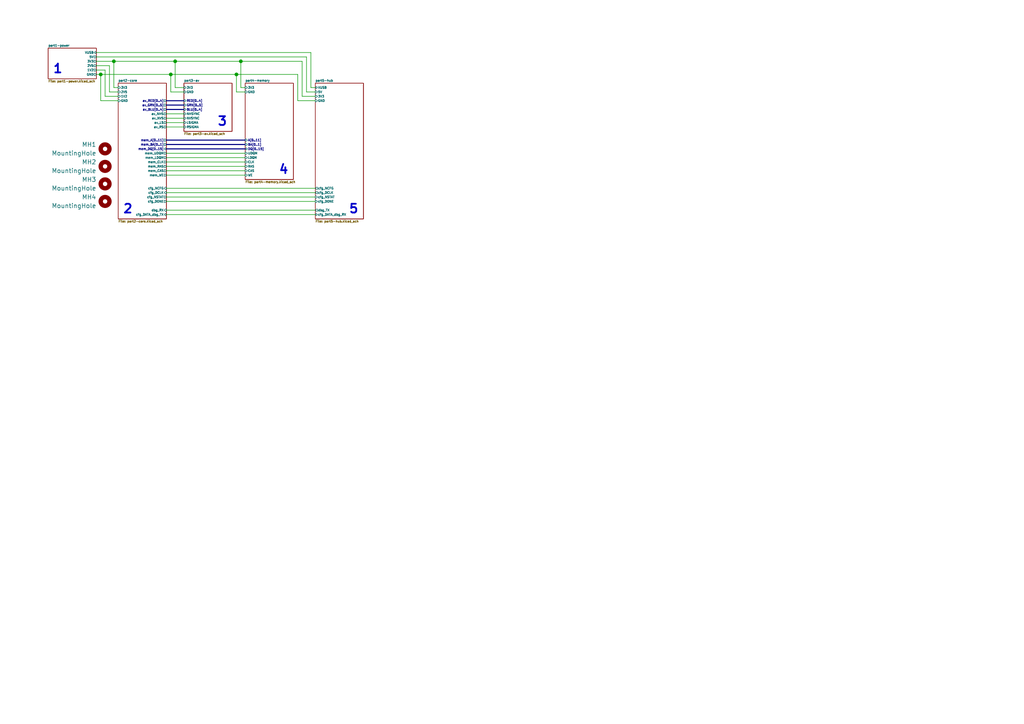
<source format=kicad_sch>
(kicad_sch
	(version 20250114)
	(generator "eeschema")
	(generator_version "9.0")
	(uuid "5c3f5860-9ac5-47b9-adbc-b14f34190e79")
	(paper "A4")
	(title_block
		(title "HeikouBox Mainboard")
		(date "2022-11-11")
		(rev "v0.1")
		(company "ksk")
	)
	(lib_symbols
		(symbol "Mechanical:MountingHole"
			(pin_names
				(offset 1.016)
			)
			(exclude_from_sim no)
			(in_bom yes)
			(on_board yes)
			(property "Reference" "H"
				(at 0 5.08 0)
				(effects
					(font
						(size 1.27 1.27)
					)
				)
			)
			(property "Value" "MountingHole"
				(at 0 3.175 0)
				(effects
					(font
						(size 1.27 1.27)
					)
				)
			)
			(property "Footprint" ""
				(at 0 0 0)
				(effects
					(font
						(size 1.27 1.27)
					)
					(hide yes)
				)
			)
			(property "Datasheet" "~"
				(at 0 0 0)
				(effects
					(font
						(size 1.27 1.27)
					)
					(hide yes)
				)
			)
			(property "Description" "Mounting Hole without connection"
				(at 0 0 0)
				(effects
					(font
						(size 1.27 1.27)
					)
					(hide yes)
				)
			)
			(property "ki_keywords" "mounting hole"
				(at 0 0 0)
				(effects
					(font
						(size 1.27 1.27)
					)
					(hide yes)
				)
			)
			(property "ki_fp_filters" "MountingHole*"
				(at 0 0 0)
				(effects
					(font
						(size 1.27 1.27)
					)
					(hide yes)
				)
			)
			(symbol "MountingHole_0_1"
				(circle
					(center 0 0)
					(radius 1.27)
					(stroke
						(width 1.27)
						(type default)
					)
					(fill
						(type none)
					)
				)
			)
			(embedded_fonts no)
		)
	)
	(text "5"
		(exclude_from_sim no)
		(at 104.14 62.23 0)
		(effects
			(font
				(size 2.54 2.54)
				(thickness 0.508)
				(bold yes)
			)
			(justify right bottom)
		)
		(uuid "04062ed7-8256-4237-8982-4ebef480293e")
	)
	(text "4"
		(exclude_from_sim no)
		(at 83.82 50.8 0)
		(effects
			(font
				(size 2.54 2.54)
				(thickness 0.508)
				(bold yes)
			)
			(justify right bottom)
		)
		(uuid "0c27882e-2f27-4ca0-9f69-9e1aafb0e5f3")
	)
	(text "3"
		(exclude_from_sim no)
		(at 66.04 36.83 0)
		(effects
			(font
				(size 2.54 2.54)
				(thickness 0.508)
				(bold yes)
			)
			(justify right bottom)
		)
		(uuid "1a4886fe-c7dd-4cff-b0aa-0c1747808a7d")
	)
	(text "1"
		(exclude_from_sim no)
		(at 15.24 21.59 0)
		(effects
			(font
				(size 2.54 2.54)
				(thickness 0.508)
				(bold yes)
			)
			(justify left bottom)
		)
		(uuid "bf07de9d-3028-4502-b0f6-b1b8b5626792")
	)
	(text "2"
		(exclude_from_sim no)
		(at 35.56 62.23 0)
		(effects
			(font
				(size 2.54 2.54)
				(thickness 0.508)
				(bold yes)
			)
			(justify left bottom)
		)
		(uuid "d703223a-ba34-453d-bf7c-ead39d9fb677")
	)
	(junction
		(at 69.85 17.78)
		(diameter 0)
		(color 0 0 0 0)
		(uuid "091d91b2-97c7-4a96-928f-9f945d2c8718")
	)
	(junction
		(at 68.58 21.59)
		(diameter 0)
		(color 0 0 0 0)
		(uuid "5c51a065-f376-41e5-9d07-ec3de89277c1")
	)
	(junction
		(at 33.02 17.78)
		(diameter 0)
		(color 0 0 0 0)
		(uuid "87752634-aa0e-4797-9a57-a15534e53487")
	)
	(junction
		(at 29.21 21.59)
		(diameter 0)
		(color 0 0 0 0)
		(uuid "9ffaf6f8-261f-4ddf-be11-08966313ed74")
	)
	(junction
		(at 49.53 21.59)
		(diameter 0)
		(color 0 0 0 0)
		(uuid "f073c145-21ba-41b0-b4de-ed22351afdfb")
	)
	(junction
		(at 50.8 17.78)
		(diameter 0)
		(color 0 0 0 0)
		(uuid "f85d6645-931f-4310-b0fb-2ce06fa8a4ae")
	)
	(bus
		(pts
			(xy 48.26 30.48) (xy 53.34 30.48)
		)
		(stroke
			(width 0)
			(type default)
		)
		(uuid "10d8df31-4e55-44ce-920c-0dd2ad60be7f")
	)
	(wire
		(pts
			(xy 53.34 25.4) (xy 50.8 25.4)
		)
		(stroke
			(width 0)
			(type default)
		)
		(uuid "10ee0f98-2fb1-4fad-99c4-761702b04fbf")
	)
	(bus
		(pts
			(xy 48.26 29.21) (xy 53.34 29.21)
		)
		(stroke
			(width 0)
			(type default)
		)
		(uuid "16650b4a-2b3b-489b-bf5b-7881637c9704")
	)
	(wire
		(pts
			(xy 48.26 34.29) (xy 53.34 34.29)
		)
		(stroke
			(width 0)
			(type default)
		)
		(uuid "186cd808-3fea-4891-a5bd-f3381633e22e")
	)
	(wire
		(pts
			(xy 48.26 33.02) (xy 53.34 33.02)
		)
		(stroke
			(width 0)
			(type default)
		)
		(uuid "1a844b04-8bac-4219-9596-307dcca188a9")
	)
	(wire
		(pts
			(xy 87.63 17.78) (xy 87.63 27.94)
		)
		(stroke
			(width 0)
			(type default)
		)
		(uuid "1d60a68e-83e4-42e3-84da-93e74aa3cacc")
	)
	(wire
		(pts
			(xy 48.26 58.42) (xy 91.44 58.42)
		)
		(stroke
			(width 0)
			(type default)
		)
		(uuid "26f8fe02-0c4e-42a7-a269-d65d910c0fba")
	)
	(bus
		(pts
			(xy 48.26 31.75) (xy 53.34 31.75)
		)
		(stroke
			(width 0)
			(type default)
		)
		(uuid "2af729b3-5dc4-43b2-b96d-bb2473eab98c")
	)
	(wire
		(pts
			(xy 91.44 26.67) (xy 88.9 26.67)
		)
		(stroke
			(width 0)
			(type default)
		)
		(uuid "2e173067-c281-495f-90b3-05420b4bc461")
	)
	(wire
		(pts
			(xy 91.44 29.21) (xy 86.36 29.21)
		)
		(stroke
			(width 0)
			(type default)
		)
		(uuid "30a58d85-da38-43f4-86d2-84fb2950f844")
	)
	(wire
		(pts
			(xy 48.26 50.8) (xy 71.12 50.8)
		)
		(stroke
			(width 0)
			(type default)
		)
		(uuid "39852432-787a-4240-93cc-dab424e34a44")
	)
	(wire
		(pts
			(xy 68.58 21.59) (xy 86.36 21.59)
		)
		(stroke
			(width 0)
			(type default)
		)
		(uuid "3a26a5ec-6da4-49e8-97f0-30930258a62d")
	)
	(wire
		(pts
			(xy 34.29 25.4) (xy 33.02 25.4)
		)
		(stroke
			(width 0)
			(type default)
		)
		(uuid "46671ab9-500c-4cf4-92cd-d3d41ef4fc3e")
	)
	(wire
		(pts
			(xy 49.53 26.67) (xy 49.53 21.59)
		)
		(stroke
			(width 0)
			(type default)
		)
		(uuid "4c823a17-8aea-4714-8a3f-c5c1ea604d1a")
	)
	(wire
		(pts
			(xy 29.21 21.59) (xy 49.53 21.59)
		)
		(stroke
			(width 0)
			(type default)
		)
		(uuid "536c2746-fcd8-48ea-8dd2-c69fad469551")
	)
	(wire
		(pts
			(xy 27.94 16.51) (xy 88.9 16.51)
		)
		(stroke
			(width 0)
			(type default)
		)
		(uuid "5be3343d-51c3-4da5-a8de-22eb5511a251")
	)
	(wire
		(pts
			(xy 48.26 36.83) (xy 53.34 36.83)
		)
		(stroke
			(width 0)
			(type default)
		)
		(uuid "5f68bb63-3d4e-43c2-aa89-6970d555ad34")
	)
	(bus
		(pts
			(xy 48.26 43.18) (xy 71.12 43.18)
		)
		(stroke
			(width 0)
			(type default)
		)
		(uuid "6a304853-f257-45f5-bb38-32623ddadfea")
	)
	(wire
		(pts
			(xy 48.26 35.56) (xy 53.34 35.56)
		)
		(stroke
			(width 0)
			(type default)
		)
		(uuid "6dd4611f-94fe-4cb3-a40f-79ebba6e3418")
	)
	(wire
		(pts
			(xy 69.85 17.78) (xy 87.63 17.78)
		)
		(stroke
			(width 0)
			(type default)
		)
		(uuid "6e0c6124-dd4c-4743-ac70-911749242930")
	)
	(wire
		(pts
			(xy 48.26 57.15) (xy 91.44 57.15)
		)
		(stroke
			(width 0)
			(type default)
		)
		(uuid "6fff7fc4-d36e-49d2-95ac-9730f699bc6c")
	)
	(wire
		(pts
			(xy 30.48 27.94) (xy 34.29 27.94)
		)
		(stroke
			(width 0)
			(type default)
		)
		(uuid "78ee293e-c81b-4b4a-a036-0af720c8a688")
	)
	(wire
		(pts
			(xy 31.75 19.05) (xy 31.75 26.67)
		)
		(stroke
			(width 0)
			(type default)
		)
		(uuid "7fd2bde8-487a-4471-a154-a6b366432dbb")
	)
	(wire
		(pts
			(xy 27.94 20.32) (xy 30.48 20.32)
		)
		(stroke
			(width 0)
			(type default)
		)
		(uuid "86e701f0-5c12-4c7c-8b8b-dfbb88c92488")
	)
	(wire
		(pts
			(xy 91.44 25.4) (xy 90.17 25.4)
		)
		(stroke
			(width 0)
			(type default)
		)
		(uuid "8835ab85-315a-43bc-8cea-3dcf72145f2f")
	)
	(wire
		(pts
			(xy 34.29 26.67) (xy 31.75 26.67)
		)
		(stroke
			(width 0)
			(type default)
		)
		(uuid "8dabc917-c61b-4348-84cc-85832d1e0b17")
	)
	(wire
		(pts
			(xy 48.26 46.99) (xy 71.12 46.99)
		)
		(stroke
			(width 0)
			(type default)
		)
		(uuid "932cb229-aa36-4fec-bd9b-52000229735c")
	)
	(wire
		(pts
			(xy 27.94 19.05) (xy 31.75 19.05)
		)
		(stroke
			(width 0)
			(type default)
		)
		(uuid "954c5e5b-af89-452f-93e8-c88d578752e5")
	)
	(wire
		(pts
			(xy 27.94 17.78) (xy 33.02 17.78)
		)
		(stroke
			(width 0)
			(type default)
		)
		(uuid "963814b5-e8b5-40d3-b15a-8ad24341683d")
	)
	(wire
		(pts
			(xy 90.17 15.24) (xy 90.17 25.4)
		)
		(stroke
			(width 0)
			(type default)
		)
		(uuid "97c9fcf1-e4b1-48c2-87ce-d1863d40238a")
	)
	(wire
		(pts
			(xy 88.9 26.67) (xy 88.9 16.51)
		)
		(stroke
			(width 0)
			(type default)
		)
		(uuid "9b5e18b1-a176-40b5-b9dc-e4e7f87f390f")
	)
	(wire
		(pts
			(xy 71.12 25.4) (xy 69.85 25.4)
		)
		(stroke
			(width 0)
			(type default)
		)
		(uuid "a1b0d494-95a8-4874-9ddb-a360a06dcd73")
	)
	(wire
		(pts
			(xy 91.44 55.88) (xy 48.26 55.88)
		)
		(stroke
			(width 0)
			(type default)
		)
		(uuid "a20e5fa7-ca7a-41a0-bce3-7d3068772f69")
	)
	(wire
		(pts
			(xy 29.21 29.21) (xy 34.29 29.21)
		)
		(stroke
			(width 0)
			(type default)
		)
		(uuid "ab35047f-2c0c-4d91-b740-0aff633a9f53")
	)
	(wire
		(pts
			(xy 50.8 17.78) (xy 69.85 17.78)
		)
		(stroke
			(width 0)
			(type default)
		)
		(uuid "b162cd8c-5331-4e27-9c92-3c0cb2a8260b")
	)
	(wire
		(pts
			(xy 48.26 60.96) (xy 91.44 60.96)
		)
		(stroke
			(width 0)
			(type default)
		)
		(uuid "b26b7c1a-5add-4e56-b993-5ab59f4d00f5")
	)
	(wire
		(pts
			(xy 27.94 15.24) (xy 90.17 15.24)
		)
		(stroke
			(width 0)
			(type default)
		)
		(uuid "b72fb57a-c744-463e-b08c-73852dd09a4d")
	)
	(wire
		(pts
			(xy 49.53 21.59) (xy 68.58 21.59)
		)
		(stroke
			(width 0)
			(type default)
		)
		(uuid "bac7e8f0-7689-4bd6-859a-91b6bd952cad")
	)
	(wire
		(pts
			(xy 86.36 21.59) (xy 86.36 29.21)
		)
		(stroke
			(width 0)
			(type default)
		)
		(uuid "bf2a3153-1a45-41a2-aa85-5aee4722a332")
	)
	(wire
		(pts
			(xy 48.26 45.72) (xy 71.12 45.72)
		)
		(stroke
			(width 0)
			(type default)
		)
		(uuid "c64603a8-9365-49d7-a62b-b719d928d624")
	)
	(wire
		(pts
			(xy 29.21 21.59) (xy 29.21 29.21)
		)
		(stroke
			(width 0)
			(type default)
		)
		(uuid "c6df2247-e00e-4b7b-8561-c00f921a3449")
	)
	(wire
		(pts
			(xy 48.26 44.45) (xy 71.12 44.45)
		)
		(stroke
			(width 0)
			(type default)
		)
		(uuid "c79e1e6d-6e13-418e-91c5-3734bdd9917f")
	)
	(wire
		(pts
			(xy 50.8 25.4) (xy 50.8 17.78)
		)
		(stroke
			(width 0)
			(type default)
		)
		(uuid "c8be2e3b-29c0-4477-94fb-5cf5481a294e")
	)
	(bus
		(pts
			(xy 48.26 41.91) (xy 71.12 41.91)
		)
		(stroke
			(width 0)
			(type default)
		)
		(uuid "cdb6424f-9389-4f4f-a260-1770822be799")
	)
	(wire
		(pts
			(xy 48.26 49.53) (xy 71.12 49.53)
		)
		(stroke
			(width 0)
			(type default)
		)
		(uuid "cf91810c-b7d4-40a4-af8f-eae10357c8ef")
	)
	(wire
		(pts
			(xy 48.26 48.26) (xy 71.12 48.26)
		)
		(stroke
			(width 0)
			(type default)
		)
		(uuid "d01aad06-c769-4375-9075-788b83a95999")
	)
	(wire
		(pts
			(xy 27.94 21.59) (xy 29.21 21.59)
		)
		(stroke
			(width 0)
			(type default)
		)
		(uuid "d43a1543-7f45-492c-914b-34f8a5a42f87")
	)
	(wire
		(pts
			(xy 49.53 26.67) (xy 53.34 26.67)
		)
		(stroke
			(width 0)
			(type default)
		)
		(uuid "d48c8dee-a881-43ad-b724-299fbaefcf21")
	)
	(wire
		(pts
			(xy 71.12 26.67) (xy 68.58 26.67)
		)
		(stroke
			(width 0)
			(type default)
		)
		(uuid "d62f5fbc-70fe-4da8-b133-1a56f49ae8a1")
	)
	(wire
		(pts
			(xy 69.85 17.78) (xy 69.85 25.4)
		)
		(stroke
			(width 0)
			(type default)
		)
		(uuid "ddb8c89e-2792-43d7-9227-39e55baa32d1")
	)
	(wire
		(pts
			(xy 33.02 17.78) (xy 33.02 25.4)
		)
		(stroke
			(width 0)
			(type default)
		)
		(uuid "e58ed560-e4dc-4530-9e81-31528cb10a55")
	)
	(wire
		(pts
			(xy 87.63 27.94) (xy 91.44 27.94)
		)
		(stroke
			(width 0)
			(type default)
		)
		(uuid "e7c8f929-4b0b-42a7-8197-092a87aed53e")
	)
	(wire
		(pts
			(xy 91.44 62.23) (xy 48.26 62.23)
		)
		(stroke
			(width 0)
			(type default)
		)
		(uuid "e9e551ba-2690-4bac-a73c-2f9cb1f1f821")
	)
	(bus
		(pts
			(xy 48.26 40.64) (xy 71.12 40.64)
		)
		(stroke
			(width 0)
			(type default)
		)
		(uuid "ea86cc8c-d1e9-4142-9e69-2320fcb00467")
	)
	(wire
		(pts
			(xy 30.48 20.32) (xy 30.48 27.94)
		)
		(stroke
			(width 0)
			(type default)
		)
		(uuid "ed791b30-5de7-4c69-833e-8e75704bb21b")
	)
	(wire
		(pts
			(xy 48.26 54.61) (xy 91.44 54.61)
		)
		(stroke
			(width 0)
			(type default)
		)
		(uuid "f032f277-7d33-4b19-8205-41858abc3a0d")
	)
	(wire
		(pts
			(xy 68.58 21.59) (xy 68.58 26.67)
		)
		(stroke
			(width 0)
			(type default)
		)
		(uuid "f3de467a-6195-40c0-863b-064d94219899")
	)
	(wire
		(pts
			(xy 33.02 17.78) (xy 50.8 17.78)
		)
		(stroke
			(width 0)
			(type default)
		)
		(uuid "f436ee98-0561-4337-a4bf-879fca5a4fc3")
	)
	(symbol
		(lib_id "Mechanical:MountingHole")
		(at 30.48 43.18 0)
		(unit 1)
		(exclude_from_sim no)
		(in_bom yes)
		(on_board yes)
		(dnp no)
		(uuid "00000000-0000-0000-0000-000070a7ad85")
		(property "Reference" "MH1"
			(at 27.94 41.91 0)
			(effects
				(font
					(size 1.27 1.27)
				)
				(justify right)
			)
		)
		(property "Value" "MountingHole"
			(at 27.94 44.45 0)
			(effects
				(font
					(size 1.27 1.27)
				)
				(justify right)
			)
		)
		(property "Footprint" "MountingHole:MountingHole_3.2mm_M3"
			(at 30.48 43.18 0)
			(effects
				(font
					(size 1.27 1.27)
				)
				(hide yes)
			)
		)
		(property "Datasheet" "~"
			(at 30.48 43.18 0)
			(effects
				(font
					(size 1.27 1.27)
				)
				(hide yes)
			)
		)
		(property "Description" ""
			(at 30.48 43.18 0)
			(effects
				(font
					(size 1.27 1.27)
				)
			)
		)
		(instances
			(project "HeikouBox"
				(path "/5c3f5860-9ac5-47b9-adbc-b14f34190e79"
					(reference "MH1")
					(unit 1)
				)
			)
		)
	)
	(symbol
		(lib_id "Mechanical:MountingHole")
		(at 30.48 48.26 0)
		(unit 1)
		(exclude_from_sim no)
		(in_bom yes)
		(on_board yes)
		(dnp no)
		(uuid "00000000-0000-0000-0000-000070cee7d2")
		(property "Reference" "MH2"
			(at 27.94 46.99 0)
			(effects
				(font
					(size 1.27 1.27)
				)
				(justify right)
			)
		)
		(property "Value" "MountingHole"
			(at 27.94 49.53 0)
			(effects
				(font
					(size 1.27 1.27)
				)
				(justify right)
			)
		)
		(property "Footprint" "MountingHole:MountingHole_3.2mm_M3"
			(at 30.48 48.26 0)
			(effects
				(font
					(size 1.27 1.27)
				)
				(hide yes)
			)
		)
		(property "Datasheet" "~"
			(at 30.48 48.26 0)
			(effects
				(font
					(size 1.27 1.27)
				)
				(hide yes)
			)
		)
		(property "Description" ""
			(at 30.48 48.26 0)
			(effects
				(font
					(size 1.27 1.27)
				)
			)
		)
		(instances
			(project "HeikouBox"
				(path "/5c3f5860-9ac5-47b9-adbc-b14f34190e79"
					(reference "MH2")
					(unit 1)
				)
			)
		)
	)
	(symbol
		(lib_id "Mechanical:MountingHole")
		(at 30.48 53.34 0)
		(unit 1)
		(exclude_from_sim no)
		(in_bom yes)
		(on_board yes)
		(dnp no)
		(uuid "00000000-0000-0000-0000-000070d8aaa4")
		(property "Reference" "MH3"
			(at 27.94 52.07 0)
			(effects
				(font
					(size 1.27 1.27)
				)
				(justify right)
			)
		)
		(property "Value" "MountingHole"
			(at 27.94 54.61 0)
			(effects
				(font
					(size 1.27 1.27)
				)
				(justify right)
			)
		)
		(property "Footprint" "MountingHole:MountingHole_3.2mm_M3"
			(at 30.48 53.34 0)
			(effects
				(font
					(size 1.27 1.27)
				)
				(hide yes)
			)
		)
		(property "Datasheet" "~"
			(at 30.48 53.34 0)
			(effects
				(font
					(size 1.27 1.27)
				)
				(hide yes)
			)
		)
		(property "Description" ""
			(at 30.48 53.34 0)
			(effects
				(font
					(size 1.27 1.27)
				)
			)
		)
		(instances
			(project "HeikouBox"
				(path "/5c3f5860-9ac5-47b9-adbc-b14f34190e79"
					(reference "MH3")
					(unit 1)
				)
			)
		)
	)
	(symbol
		(lib_id "Mechanical:MountingHole")
		(at 30.48 58.42 0)
		(unit 1)
		(exclude_from_sim no)
		(in_bom yes)
		(on_board yes)
		(dnp no)
		(uuid "00000000-0000-0000-0000-000070d8aaaa")
		(property "Reference" "MH4"
			(at 27.94 57.15 0)
			(effects
				(font
					(size 1.27 1.27)
				)
				(justify right)
			)
		)
		(property "Value" "MountingHole"
			(at 27.94 59.69 0)
			(effects
				(font
					(size 1.27 1.27)
				)
				(justify right)
			)
		)
		(property "Footprint" "MountingHole:MountingHole_3.2mm_M3"
			(at 30.48 58.42 0)
			(effects
				(font
					(size 1.27 1.27)
				)
				(hide yes)
			)
		)
		(property "Datasheet" "~"
			(at 30.48 58.42 0)
			(effects
				(font
					(size 1.27 1.27)
				)
				(hide yes)
			)
		)
		(property "Description" ""
			(at 30.48 58.42 0)
			(effects
				(font
					(size 1.27 1.27)
				)
			)
		)
		(instances
			(project "HeikouBox"
				(path "/5c3f5860-9ac5-47b9-adbc-b14f34190e79"
					(reference "MH4")
					(unit 1)
				)
			)
		)
	)
	(sheet
		(at 53.34 24.13)
		(size 13.97 13.97)
		(exclude_from_sim no)
		(in_bom yes)
		(on_board yes)
		(dnp no)
		(fields_autoplaced yes)
		(stroke
			(width 0)
			(type solid)
		)
		(fill
			(color 0 0 0 0.0000)
		)
		(uuid "00000000-0000-0000-0000-000062c73ac4")
		(property "Sheetname" "part3-av"
			(at 53.34 23.7359 0)
			(effects
				(font
					(size 0.635 0.635)
				)
				(justify left bottom)
			)
		)
		(property "Sheetfile" "part3-av.kicad_sch"
			(at 53.34 38.4306 0)
			(effects
				(font
					(size 0.635 0.635)
				)
				(justify left top)
			)
		)
		(pin "GND" input
			(at 53.34 26.67 180)
			(uuid "1175b368-1105-4743-9d5f-2d9ff6dfa43c")
			(effects
				(font
					(size 0.635 0.635)
				)
				(justify left)
			)
		)
		(pin "RED[0..4]" input
			(at 53.34 29.21 180)
			(uuid "1d920b09-fe7a-4b55-b40c-26fbecbb54a9")
			(effects
				(font
					(size 0.635 0.635)
				)
				(justify left)
			)
		)
		(pin "GRN[0..5]" input
			(at 53.34 30.48 180)
			(uuid "fb20fd27-3584-48b2-a2cb-b4caa76bc0eb")
			(effects
				(font
					(size 0.635 0.635)
				)
				(justify left)
			)
		)
		(pin "BLU[0..4]" input
			(at 53.34 31.75 180)
			(uuid "926b403b-e5fe-4473-81bd-c8ea6f952db1")
			(effects
				(font
					(size 0.635 0.635)
				)
				(justify left)
			)
		)
		(pin "NHSYNC" input
			(at 53.34 33.02 180)
			(uuid "d3672488-6729-469c-a6fd-36840d4bada0")
			(effects
				(font
					(size 0.635 0.635)
				)
				(justify left)
			)
		)
		(pin "NVSYNC" input
			(at 53.34 34.29 180)
			(uuid "bfad83e8-5c04-42ed-a8b9-33af6a12c590")
			(effects
				(font
					(size 0.635 0.635)
				)
				(justify left)
			)
		)
		(pin "LSIGMA" input
			(at 53.34 35.56 180)
			(uuid "53ad939e-aa33-454f-83e1-ac1ca7b6cb81")
			(effects
				(font
					(size 0.635 0.635)
				)
				(justify left)
			)
		)
		(pin "RSIGMA" input
			(at 53.34 36.83 180)
			(uuid "5292f7ca-6204-468d-b0ed-c2caae0fc453")
			(effects
				(font
					(size 0.635 0.635)
				)
				(justify left)
			)
		)
		(pin "3V3" input
			(at 53.34 25.4 180)
			(uuid "8c434bdd-ead7-443c-9dd2-73d70090bacc")
			(effects
				(font
					(size 0.635 0.635)
				)
				(justify left)
			)
		)
		(instances
			(project "HeikouBox"
				(path "/5c3f5860-9ac5-47b9-adbc-b14f34190e79"
					(page "4")
				)
			)
		)
	)
	(sheet
		(at 13.97 13.97)
		(size 13.97 8.89)
		(exclude_from_sim no)
		(in_bom yes)
		(on_board yes)
		(dnp no)
		(fields_autoplaced yes)
		(stroke
			(width 0)
			(type solid)
		)
		(fill
			(color 0 0 0 0.0000)
		)
		(uuid "00000000-0000-0000-0000-0000644cbaed")
		(property "Sheetname" "part1-power"
			(at 13.97 13.5759 0)
			(effects
				(font
					(size 0.635 0.635)
				)
				(justify left bottom)
			)
		)
		(property "Sheetfile" "part1-power.kicad_sch"
			(at 13.97 23.1906 0)
			(effects
				(font
					(size 0.635 0.635)
				)
				(justify left top)
			)
		)
		(pin "5V" output
			(at 27.94 16.51 0)
			(uuid "bd467042-147c-4430-b671-0f037e64b9dc")
			(effects
				(font
					(size 0.635 0.635)
				)
				(justify right)
			)
		)
		(pin "VUSB" bidirectional
			(at 27.94 15.24 0)
			(uuid "a39a5178-ff57-407c-8668-b21a1d8e9e85")
			(effects
				(font
					(size 0.635 0.635)
				)
				(justify right)
			)
		)
		(pin "GND" output
			(at 27.94 21.59 0)
			(uuid "d336c508-57ee-4c74-9f52-8a8307fd6bf7")
			(effects
				(font
					(size 0.635 0.635)
				)
				(justify right)
			)
		)
		(pin "3V3" output
			(at 27.94 17.78 0)
			(uuid "880c1853-4ba9-449d-86aa-75e0970e54cc")
			(effects
				(font
					(size 0.635 0.635)
				)
				(justify right)
			)
		)
		(pin "2V5" output
			(at 27.94 19.05 0)
			(uuid "f3074fe6-5364-4b4f-9b17-c0df7f3b2a88")
			(effects
				(font
					(size 0.635 0.635)
				)
				(justify right)
			)
		)
		(pin "1V2" output
			(at 27.94 20.32 0)
			(uuid "97c3d458-9099-4da9-ac70-6cc9376fce96")
			(effects
				(font
					(size 0.635 0.635)
				)
				(justify right)
			)
		)
		(instances
			(project "HeikouBox"
				(path "/5c3f5860-9ac5-47b9-adbc-b14f34190e79"
					(page "2")
				)
			)
		)
	)
	(sheet
		(at 91.44 24.13)
		(size 13.97 39.37)
		(exclude_from_sim no)
		(in_bom yes)
		(on_board yes)
		(dnp no)
		(fields_autoplaced yes)
		(stroke
			(width 0)
			(type solid)
		)
		(fill
			(color 0 0 0 0.0000)
		)
		(uuid "00000000-0000-0000-0000-0000646e3fcf")
		(property "Sheetname" "part5-hub"
			(at 91.44 23.7359 0)
			(effects
				(font
					(size 0.635 0.635)
				)
				(justify left bottom)
			)
		)
		(property "Sheetfile" "part5-hub.kicad_sch"
			(at 91.44 63.8306 0)
			(effects
				(font
					(size 0.635 0.635)
				)
				(justify left top)
			)
		)
		(pin "VUSB" bidirectional
			(at 91.44 25.4 180)
			(uuid "378b5808-c164-4bf0-a186-bfa0a5167e68")
			(effects
				(font
					(size 0.635 0.635)
				)
				(justify left)
			)
		)
		(pin "GND" input
			(at 91.44 29.21 180)
			(uuid "f5782d9f-6d08-4a0f-bb7d-344e976d21ea")
			(effects
				(font
					(size 0.635 0.635)
				)
				(justify left)
			)
		)
		(pin "3V3" input
			(at 91.44 27.94 180)
			(uuid "cebfc153-1ad9-42ad-8f66-4d8bf0752c2f")
			(effects
				(font
					(size 0.635 0.635)
				)
				(justify left)
			)
		)
		(pin "cfg_NCFG" output
			(at 91.44 54.61 180)
			(uuid "ef9dbc34-97d4-4c3f-a8ce-21ed8db2aea6")
			(effects
				(font
					(size 0.635 0.635)
				)
				(justify left)
			)
		)
		(pin "cfg_NSTAT" input
			(at 91.44 57.15 180)
			(uuid "85af86cf-b44f-4460-b1f0-fdf512b9fe96")
			(effects
				(font
					(size 0.635 0.635)
				)
				(justify left)
			)
		)
		(pin "cfg_DCLK" output
			(at 91.44 55.88 180)
			(uuid "9230663e-c9be-4dba-a124-608cbd8c23fd")
			(effects
				(font
					(size 0.635 0.635)
				)
				(justify left)
			)
		)
		(pin "cfg_DONE" input
			(at 91.44 58.42 180)
			(uuid "4ef27ac7-7f3a-4a77-806d-c122d07318ae")
			(effects
				(font
					(size 0.635 0.635)
				)
				(justify left)
			)
		)
		(pin "5V" input
			(at 91.44 26.67 180)
			(uuid "d561304a-748a-44ac-bc33-388cd127ee35")
			(effects
				(font
					(size 0.635 0.635)
				)
				(justify left)
			)
		)
		(pin "dbg_TX" output
			(at 91.44 60.96 180)
			(uuid "dba99313-52d4-46c3-9bd6-e36fdbefb401")
			(effects
				(font
					(size 0.635 0.635)
				)
				(justify left)
			)
		)
		(pin "cfg_DATA_dbg_RX" bidirectional
			(at 91.44 62.23 180)
			(uuid "ba670919-c24e-47f8-900f-f7a2b06ac2b9")
			(effects
				(font
					(size 0.635 0.635)
				)
				(justify left)
			)
		)
		(instances
			(project "HeikouBox"
				(path "/5c3f5860-9ac5-47b9-adbc-b14f34190e79"
					(page "6")
				)
			)
		)
	)
	(sheet
		(at 34.29 24.13)
		(size 13.97 39.37)
		(exclude_from_sim no)
		(in_bom yes)
		(on_board yes)
		(dnp no)
		(fields_autoplaced yes)
		(stroke
			(width 0)
			(type solid)
		)
		(fill
			(color 0 0 0 0.0000)
		)
		(uuid "00000000-0000-0000-0000-000071351d1d")
		(property "Sheetname" "part2-core"
			(at 34.29 23.7359 0)
			(effects
				(font
					(size 0.635 0.635)
				)
				(justify left bottom)
			)
		)
		(property "Sheetfile" "part2-core.kicad_sch"
			(at 34.29 63.8306 0)
			(effects
				(font
					(size 0.635 0.635)
				)
				(justify left top)
			)
		)
		(pin "3V3" input
			(at 34.29 25.4 180)
			(uuid "6e4b5cde-df3d-48a6-aacb-902b1ae0a8f9")
			(effects
				(font
					(size 0.635 0.635)
				)
				(justify left)
			)
		)
		(pin "GND" input
			(at 34.29 29.21 180)
			(uuid "465fcf7b-241b-426e-8531-d3bbffe829a9")
			(effects
				(font
					(size 0.635 0.635)
				)
				(justify left)
			)
		)
		(pin "1V2" input
			(at 34.29 27.94 180)
			(uuid "c019e62d-238f-4297-90df-459f823454be")
			(effects
				(font
					(size 0.635 0.635)
				)
				(justify left)
			)
		)
		(pin "av_LS" output
			(at 48.26 35.56 0)
			(uuid "07fbaf3e-98e7-41c4-9f05-24b9ebe7d60b")
			(effects
				(font
					(size 0.635 0.635)
				)
				(justify right)
			)
		)
		(pin "av_RS" output
			(at 48.26 36.83 0)
			(uuid "a621dcc1-9da5-4680-85dc-91a047438f54")
			(effects
				(font
					(size 0.635 0.635)
				)
				(justify right)
			)
		)
		(pin "cfg_DCLK" input
			(at 48.26 55.88 0)
			(uuid "d617c91b-a449-44d2-aac0-119dda4cb7cf")
			(effects
				(font
					(size 0.635 0.635)
				)
				(justify right)
			)
		)
		(pin "cfg_NCFG" input
			(at 48.26 54.61 0)
			(uuid "84a7c77e-dd1c-4b5f-9465-8c9f0fb7f490")
			(effects
				(font
					(size 0.635 0.635)
				)
				(justify right)
			)
		)
		(pin "cfg_NSTAT" output
			(at 48.26 57.15 0)
			(uuid "841ef82d-ac52-4572-9bc3-bd13a0989f39")
			(effects
				(font
					(size 0.635 0.635)
				)
				(justify right)
			)
		)
		(pin "av_NHS" output
			(at 48.26 33.02 0)
			(uuid "df567ab1-c096-49aa-96a1-9aa7ce8b9168")
			(effects
				(font
					(size 0.635 0.635)
				)
				(justify right)
			)
		)
		(pin "av_NVS" output
			(at 48.26 34.29 0)
			(uuid "10aa5d78-9461-4c03-b88b-7dcc9696745e")
			(effects
				(font
					(size 0.635 0.635)
				)
				(justify right)
			)
		)
		(pin "mem_UDQM" output
			(at 48.26 44.45 0)
			(uuid "67ee5524-967f-40c7-b75f-0b3119e920c5")
			(effects
				(font
					(size 0.635 0.635)
				)
				(justify right)
			)
		)
		(pin "mem_LDQM" output
			(at 48.26 45.72 0)
			(uuid "2d2ef312-392d-42a1-87e0-d0f7d54eb334")
			(effects
				(font
					(size 0.635 0.635)
				)
				(justify right)
			)
		)
		(pin "mem_CLK" output
			(at 48.26 46.99 0)
			(uuid "54899b1e-bdd5-496f-9641-932163dd14af")
			(effects
				(font
					(size 0.635 0.635)
				)
				(justify right)
			)
		)
		(pin "cfg_DONE" output
			(at 48.26 58.42 0)
			(uuid "8f39555d-21df-4a27-a7d3-7e14e6dbb879")
			(effects
				(font
					(size 0.635 0.635)
				)
				(justify right)
			)
		)
		(pin "mem_WE" output
			(at 48.26 50.8 0)
			(uuid "25622064-ac5b-4aa5-9fdd-a81643c7e62e")
			(effects
				(font
					(size 0.635 0.635)
				)
				(justify right)
			)
		)
		(pin "mem_CAS" output
			(at 48.26 49.53 0)
			(uuid "04f7a103-0b7c-4506-a71a-e91858e4cf9b")
			(effects
				(font
					(size 0.635 0.635)
				)
				(justify right)
			)
		)
		(pin "mem_RAS" output
			(at 48.26 48.26 0)
			(uuid "c7b7d564-e537-4f27-84c4-6268480a6f68")
			(effects
				(font
					(size 0.635 0.635)
				)
				(justify right)
			)
		)
		(pin "2V5" input
			(at 34.29 26.67 180)
			(uuid "ad95eca1-0b5a-43eb-bbb9-23ddebda7504")
			(effects
				(font
					(size 0.635 0.635)
				)
				(justify left)
			)
		)
		(pin "av_BLU[0..4]" output
			(at 48.26 31.75 0)
			(uuid "f935f916-db2c-43eb-855c-7ce4c7aa4c65")
			(effects
				(font
					(size 0.635 0.635)
				)
				(justify right)
			)
		)
		(pin "av_GRN[0..5]" output
			(at 48.26 30.48 0)
			(uuid "351ee4ad-202f-4659-849c-8fb382dd6d00")
			(effects
				(font
					(size 0.635 0.635)
				)
				(justify right)
			)
		)
		(pin "av_RED[0..4]" output
			(at 48.26 29.21 0)
			(uuid "7c5551f8-3bfe-4dcf-8f2f-fc2ef1e90f25")
			(effects
				(font
					(size 0.635 0.635)
				)
				(justify right)
			)
		)
		(pin "mem_DQ[0..15]" bidirectional
			(at 48.26 43.18 0)
			(uuid "f05899cf-bac6-4369-8404-02c77651ab73")
			(effects
				(font
					(size 0.635 0.635)
				)
				(justify right)
			)
		)
		(pin "mem_A[0..11]" output
			(at 48.26 40.64 0)
			(uuid "d9834ba1-40bc-4063-9302-813f7dc99e11")
			(effects
				(font
					(size 0.635 0.635)
				)
				(justify right)
			)
		)
		(pin "mem_BA[0..1]" output
			(at 48.26 41.91 0)
			(uuid "fae62aad-a652-40e6-a4a4-805c883c3d24")
			(effects
				(font
					(size 0.635 0.635)
				)
				(justify right)
			)
		)
		(pin "dbg_RX" input
			(at 48.26 60.96 0)
			(uuid "8d3b9955-2c1b-419b-9251-f0a7572d7549")
			(effects
				(font
					(size 0.635 0.635)
				)
				(justify right)
			)
		)
		(pin "cfg_DATA_dbg_TX" bidirectional
			(at 48.26 62.23 0)
			(uuid "f429f006-e9d3-49ff-a09d-fc56d55480fd")
			(effects
				(font
					(size 0.635 0.635)
				)
				(justify right)
			)
		)
		(instances
			(project "HeikouBox"
				(path "/5c3f5860-9ac5-47b9-adbc-b14f34190e79"
					(page "3")
				)
			)
		)
	)
	(sheet
		(at 71.12 24.13)
		(size 13.97 27.94)
		(exclude_from_sim no)
		(in_bom yes)
		(on_board yes)
		(dnp no)
		(fields_autoplaced yes)
		(stroke
			(width 0)
			(type solid)
		)
		(fill
			(color 0 0 0 0.0000)
		)
		(uuid "00000000-0000-0000-0000-0000729f40c7")
		(property "Sheetname" "part4-memory"
			(at 71.12 23.7359 0)
			(effects
				(font
					(size 0.635 0.635)
				)
				(justify left bottom)
			)
		)
		(property "Sheetfile" "part4-memory.kicad_sch"
			(at 71.12 52.4006 0)
			(effects
				(font
					(size 0.635 0.635)
				)
				(justify left top)
			)
		)
		(pin "GND" input
			(at 71.12 26.67 180)
			(uuid "0f608c09-99ed-48cb-adf7-d04db2b49490")
			(effects
				(font
					(size 0.635 0.635)
				)
				(justify left)
			)
		)
		(pin "3V3" input
			(at 71.12 25.4 180)
			(uuid "63c523b4-6680-4193-b23d-0ba07274adf3")
			(effects
				(font
					(size 0.635 0.635)
				)
				(justify left)
			)
		)
		(pin "BA[0..1]" input
			(at 71.12 41.91 180)
			(uuid "3ef6771b-5d3c-437c-bcc0-d15655f5f996")
			(effects
				(font
					(size 0.635 0.635)
				)
				(justify left)
			)
		)
		(pin "DQ[0..15]" bidirectional
			(at 71.12 43.18 180)
			(uuid "0217c517-91d9-446e-8534-d41798d66d2e")
			(effects
				(font
					(size 0.635 0.635)
				)
				(justify left)
			)
		)
		(pin "A[0..11]" input
			(at 71.12 40.64 180)
			(uuid "a78c7020-e756-499b-9ad0-b2ca7e6b585b")
			(effects
				(font
					(size 0.635 0.635)
				)
				(justify left)
			)
		)
		(pin "CLK" input
			(at 71.12 46.99 180)
			(uuid "a86a0db5-99f4-4c18-aa5e-4f64b5003333")
			(effects
				(font
					(size 0.635 0.635)
				)
				(justify left)
			)
		)
		(pin "LDQM" input
			(at 71.12 45.72 180)
			(uuid "5ea8dff0-9c96-4318-a289-709f43d07f1c")
			(effects
				(font
					(size 0.635 0.635)
				)
				(justify left)
			)
		)
		(pin "UDQM" input
			(at 71.12 44.45 180)
			(uuid "1af12806-686f-42cb-b7ec-bbf11b0577fe")
			(effects
				(font
					(size 0.635 0.635)
				)
				(justify left)
			)
		)
		(pin "WE" input
			(at 71.12 50.8 180)
			(uuid "88f4d02f-ee15-4931-a956-759abc44ae06")
			(effects
				(font
					(size 0.635 0.635)
				)
				(justify left)
			)
		)
		(pin "CAS" input
			(at 71.12 49.53 180)
			(uuid "895ee013-e406-4c42-8c3d-bb151e3b9894")
			(effects
				(font
					(size 0.635 0.635)
				)
				(justify left)
			)
		)
		(pin "RAS" input
			(at 71.12 48.26 180)
			(uuid "8cbfa9be-bfa3-4076-a378-eb5deba51150")
			(effects
				(font
					(size 0.635 0.635)
				)
				(justify left)
			)
		)
		(instances
			(project "HeikouBox"
				(path "/5c3f5860-9ac5-47b9-adbc-b14f34190e79"
					(page "5")
				)
			)
		)
	)
	(sheet_instances
		(path "/"
			(page "1")
		)
	)
	(embedded_fonts no)
)

</source>
